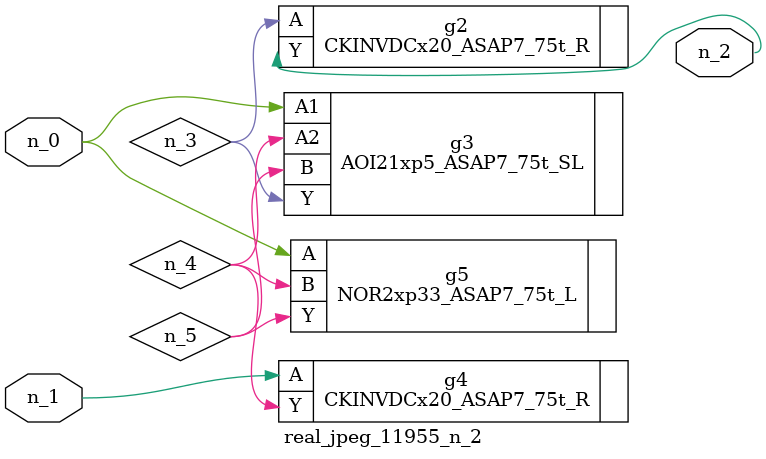
<source format=v>
module real_jpeg_11955_n_2 (n_1, n_0, n_2);

input n_1;
input n_0;

output n_2;

wire n_5;
wire n_4;
wire n_3;

AOI21xp5_ASAP7_75t_SL g3 ( 
.A1(n_0),
.A2(n_4),
.B(n_5),
.Y(n_3)
);

NOR2xp33_ASAP7_75t_L g5 ( 
.A(n_0),
.B(n_4),
.Y(n_5)
);

CKINVDCx20_ASAP7_75t_R g4 ( 
.A(n_1),
.Y(n_4)
);

CKINVDCx20_ASAP7_75t_R g2 ( 
.A(n_3),
.Y(n_2)
);


endmodule
</source>
